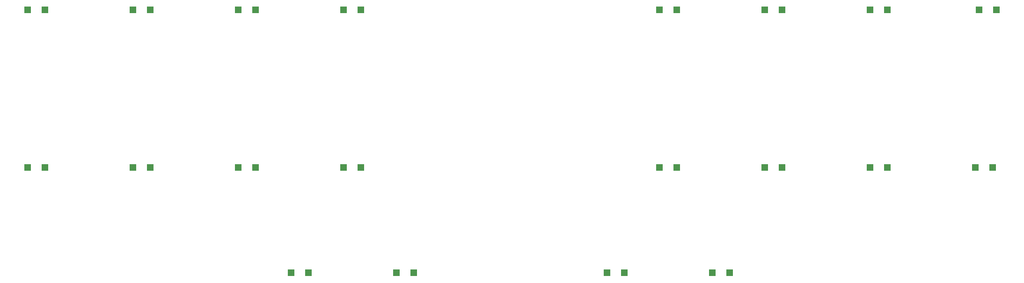
<source format=gbr>
%TF.GenerationSoftware,KiCad,Pcbnew,(5.1.10)-1*%
%TF.CreationDate,2021-10-15T02:03:15+09:00*%
%TF.ProjectId,orca_keyboard,6f726361-5f6b-4657-9962-6f6172642e6b,rev?*%
%TF.SameCoordinates,Original*%
%TF.FileFunction,Paste,Top*%
%TF.FilePolarity,Positive*%
%FSLAX46Y46*%
G04 Gerber Fmt 4.6, Leading zero omitted, Abs format (unit mm)*
G04 Created by KiCad (PCBNEW (5.1.10)-1) date 2021-10-15 02:03:15*
%MOMM*%
%LPD*%
G01*
G04 APERTURE LIST*
%ADD10R,1.200000X1.200000*%
G04 APERTURE END LIST*
D10*
%TO.C,D00*%
X18085000Y79375000D03*
X14935000Y79375000D03*
%TD*%
%TO.C,D01*%
X33985000Y79375000D03*
X37135000Y79375000D03*
%TD*%
%TO.C,D02*%
X56185000Y79375000D03*
X53035000Y79375000D03*
%TD*%
%TO.C,D03*%
X72085000Y79375000D03*
X75235000Y79375000D03*
%TD*%
%TO.C,D04*%
X129235000Y79375000D03*
X132385000Y79375000D03*
%TD*%
%TO.C,D05*%
X148285000Y79375000D03*
X151435000Y79375000D03*
%TD*%
%TO.C,D06*%
X170485000Y79375000D03*
X167335000Y79375000D03*
%TD*%
%TO.C,D07*%
X187020000Y79375000D03*
X190170000Y79375000D03*
%TD*%
%TO.C,D10*%
X18085000Y50800000D03*
X14935000Y50800000D03*
%TD*%
%TO.C,D11*%
X33985000Y50800000D03*
X37135000Y50800000D03*
%TD*%
%TO.C,D12*%
X53035000Y50800000D03*
X56185000Y50800000D03*
%TD*%
%TO.C,D13*%
X75235000Y50800000D03*
X72085000Y50800000D03*
%TD*%
%TO.C,D14*%
X132385000Y50800000D03*
X129235000Y50800000D03*
%TD*%
%TO.C,D15*%
X148285000Y50800000D03*
X151435000Y50800000D03*
%TD*%
%TO.C,D16*%
X167335000Y50800000D03*
X170485000Y50800000D03*
%TD*%
%TO.C,D17*%
X189535000Y50800000D03*
X186385000Y50800000D03*
%TD*%
%TO.C,D22*%
X62560000Y31750000D03*
X65710000Y31750000D03*
%TD*%
%TO.C,D23*%
X84760000Y31750000D03*
X81610000Y31750000D03*
%TD*%
%TO.C,D24*%
X122860000Y31750000D03*
X119710000Y31750000D03*
%TD*%
%TO.C,D25*%
X141910000Y31750000D03*
X138760000Y31750000D03*
%TD*%
M02*

</source>
